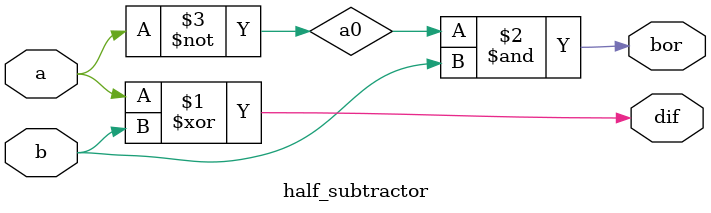
<source format=v>
module half_subtractor(a,b,dif,bor);
input a,b;
wire a0;
output dif,bor;
xor (dif,a,b);
not(a0,a);
and(bor,a0,b);
endmodule
</source>
